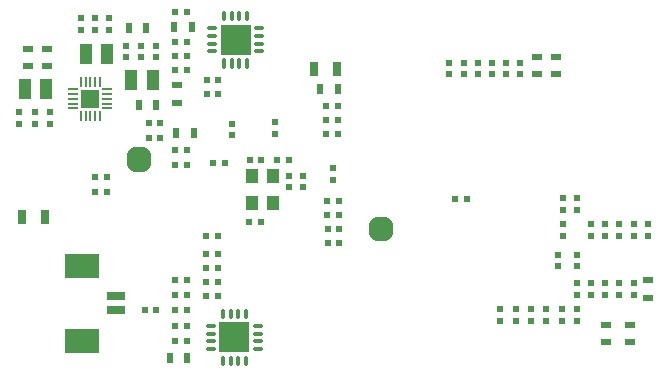
<source format=gbr>
G04 EAGLE Gerber RS-274X export*
G75*
%MOMM*%
%FSLAX34Y34*%
%LPD*%
%INSolderpaste Bottom*%
%IPPOS*%
%AMOC8*
5,1,8,0,0,1.08239X$1,22.5*%
G01*
%ADD10R,0.700000X1.300000*%
%ADD11C,0.320000*%
%ADD12R,2.600000X2.600000*%
%ADD13R,0.610700X0.911800*%
%ADD14R,0.600000X0.600000*%
%ADD15R,1.100000X1.300000*%
%ADD16C,1.400000*%
%ADD17R,0.812800X0.254000*%
%ADD18R,0.254000X0.812800*%
%ADD19R,1.549400X1.549400*%
%ADD20R,0.911800X0.610700*%
%ADD21R,1.121000X1.815300*%
%ADD22R,3.000000X2.100000*%
%ADD23R,1.600000X0.800000*%


D10*
X35500Y146000D03*
X16500Y146000D03*
D11*
X173300Y34250D02*
X178700Y34250D01*
X178700Y40750D02*
X173300Y40750D01*
X173300Y47250D02*
X178700Y47250D01*
X178700Y53750D02*
X173300Y53750D01*
X186250Y61300D02*
X186250Y66700D01*
X192750Y66700D02*
X192750Y61300D01*
X199250Y61300D02*
X199250Y66700D01*
X205750Y66700D02*
X205750Y61300D01*
X213300Y53750D02*
X218700Y53750D01*
X218700Y47250D02*
X213300Y47250D01*
X213300Y40750D02*
X218700Y40750D01*
X218700Y34250D02*
X213300Y34250D01*
X205750Y26700D02*
X205750Y21300D01*
X199250Y21300D02*
X199250Y26700D01*
X192750Y26700D02*
X192750Y21300D01*
X186250Y21300D02*
X186250Y26700D01*
D12*
X196000Y44000D03*
D11*
X179700Y286250D02*
X174300Y286250D01*
X174300Y292750D02*
X179700Y292750D01*
X179700Y299250D02*
X174300Y299250D01*
X174300Y305750D02*
X179700Y305750D01*
X187250Y313300D02*
X187250Y318700D01*
X193750Y318700D02*
X193750Y313300D01*
X200250Y313300D02*
X200250Y318700D01*
X206750Y318700D02*
X206750Y313300D01*
X214300Y305750D02*
X219700Y305750D01*
X219700Y299250D02*
X214300Y299250D01*
X214300Y292750D02*
X219700Y292750D01*
X219700Y286250D02*
X214300Y286250D01*
X206750Y278700D02*
X206750Y273300D01*
X200250Y273300D02*
X200250Y278700D01*
X193750Y278700D02*
X193750Y273300D01*
X187250Y273300D02*
X187250Y278700D01*
D12*
X197000Y296000D03*
D13*
X145094Y306467D03*
X160106Y306467D03*
D14*
X156000Y294000D03*
X146000Y294000D03*
X146000Y54000D03*
X156000Y54000D03*
X146000Y67000D03*
X156000Y67000D03*
X172000Y79000D03*
X182000Y79000D03*
D13*
X156106Y26900D03*
X141094Y26900D03*
D14*
X156000Y41000D03*
X146000Y41000D03*
X146000Y270000D03*
X156000Y270000D03*
X146000Y282000D03*
X156000Y282000D03*
X146000Y319067D03*
X156000Y319067D03*
X172500Y262000D03*
X182500Y262000D03*
X172500Y250000D03*
X182500Y250000D03*
X522000Y90000D03*
X522000Y80000D03*
X486000Y80000D03*
X486000Y90000D03*
X146000Y92500D03*
X156000Y92500D03*
X146000Y79700D03*
X156000Y79700D03*
X182000Y91000D03*
X172000Y91000D03*
X182000Y103000D03*
X172000Y103000D03*
X230000Y216100D03*
X230000Y226100D03*
X254000Y171000D03*
X254000Y181000D03*
X194000Y215000D03*
X194000Y225000D03*
X156000Y203000D03*
X146000Y203000D03*
X146000Y190000D03*
X156000Y190000D03*
D13*
X161506Y217000D03*
X146494Y217000D03*
D14*
X188000Y192000D03*
X178000Y192000D03*
X231800Y193800D03*
X241800Y193800D03*
X182000Y130000D03*
X172000Y130000D03*
X172000Y115000D03*
X182000Y115000D03*
D15*
X229000Y157500D03*
X211000Y157500D03*
X229000Y180500D03*
X211000Y180500D03*
D14*
X208500Y141900D03*
X218500Y141900D03*
X218800Y193800D03*
X208800Y193800D03*
X242000Y171000D03*
X242000Y181000D03*
D16*
X322800Y139100D02*
X322800Y133100D01*
X316800Y133100D01*
X316800Y139100D01*
X322800Y139100D01*
D17*
X88478Y253874D03*
X88478Y250064D03*
X88478Y246000D03*
X88478Y241936D03*
X88478Y238126D03*
D18*
X81874Y231522D03*
X78064Y231522D03*
X74000Y231522D03*
X69936Y231522D03*
X66126Y231522D03*
D17*
X59522Y238126D03*
X59522Y241936D03*
X59522Y246000D03*
X59522Y250064D03*
X59522Y253874D03*
D18*
X66126Y260478D03*
X69936Y260478D03*
X74000Y260478D03*
X78064Y260478D03*
X81874Y260478D03*
D19*
X74000Y246000D03*
D20*
X37000Y288506D03*
X37000Y273494D03*
D13*
X114794Y241100D03*
X129806Y241100D03*
D21*
X70028Y284000D03*
X87972Y284000D03*
D13*
X121506Y306000D03*
X106494Y306000D03*
D14*
X90000Y304000D03*
X90000Y314000D03*
X78000Y304000D03*
X78000Y314000D03*
X66000Y314000D03*
X66000Y304000D03*
D21*
X108828Y261600D03*
X126772Y261600D03*
D20*
X147000Y257506D03*
X147000Y242494D03*
D14*
X130000Y281000D03*
X130000Y291000D03*
X117000Y281000D03*
X117000Y291000D03*
X104000Y281000D03*
X104000Y291000D03*
D21*
X18528Y254100D03*
X36472Y254100D03*
D20*
X21000Y273494D03*
X21000Y288506D03*
D14*
X14000Y235000D03*
X14000Y225000D03*
X27000Y235000D03*
X27000Y225000D03*
X40000Y225000D03*
X40000Y235000D03*
X123300Y225400D03*
X133300Y225400D03*
X123300Y213000D03*
X133300Y213000D03*
X470000Y114000D03*
X470000Y104000D03*
X498000Y90000D03*
X498000Y80000D03*
X498000Y130000D03*
X498000Y140000D03*
X510000Y130000D03*
X510000Y140000D03*
X486000Y114000D03*
X486000Y104000D03*
X546000Y130000D03*
X546000Y140000D03*
X522000Y130000D03*
X522000Y140000D03*
X534000Y90000D03*
X534000Y80000D03*
X510000Y90000D03*
X510000Y80000D03*
X534000Y130000D03*
X534000Y140000D03*
D20*
X546000Y77494D03*
X546000Y92506D03*
D14*
X474000Y130000D03*
X474000Y140000D03*
D10*
X263500Y271500D03*
X282500Y271500D03*
D13*
X268494Y254000D03*
X283506Y254000D03*
D14*
X273615Y240000D03*
X283615Y240000D03*
X273615Y216000D03*
X283615Y216000D03*
X273615Y228000D03*
X283615Y228000D03*
X474000Y152000D03*
X474000Y162000D03*
X486000Y152185D03*
X486000Y162185D03*
D20*
X452000Y281736D03*
X452000Y266724D03*
X468000Y281736D03*
X468000Y266724D03*
D14*
X426000Y276615D03*
X426000Y266615D03*
X402000Y276615D03*
X402000Y266615D03*
X414000Y276615D03*
X414000Y266615D03*
X438000Y276615D03*
X438000Y266615D03*
X378000Y276615D03*
X378000Y266615D03*
X390000Y276615D03*
X390000Y266615D03*
D20*
X531000Y39879D03*
X531000Y54891D03*
X511000Y39879D03*
X511000Y54891D03*
D14*
X460000Y58000D03*
X460000Y68000D03*
X447000Y58000D03*
X447000Y68000D03*
X473000Y58000D03*
X473000Y68000D03*
X486000Y58000D03*
X486000Y68000D03*
X421000Y58000D03*
X421000Y68000D03*
X434000Y58000D03*
X434000Y68000D03*
X274815Y135800D03*
X284815Y135800D03*
X274815Y123900D03*
X284815Y123900D03*
X78000Y180000D03*
X88000Y180000D03*
X88000Y167000D03*
X78000Y167000D03*
X274615Y147800D03*
X284615Y147800D03*
X393000Y161000D03*
X383000Y161000D03*
X284500Y159700D03*
X274500Y159700D03*
X279700Y187600D03*
X279700Y177600D03*
D22*
X67000Y41250D03*
X67000Y104750D03*
D23*
X96000Y66750D03*
X96000Y79250D03*
D16*
X118000Y192000D02*
X118000Y198000D01*
X118000Y192000D02*
X112000Y192000D01*
X112000Y198000D01*
X118000Y198000D01*
D14*
X120000Y67000D03*
X130000Y67000D03*
M02*

</source>
